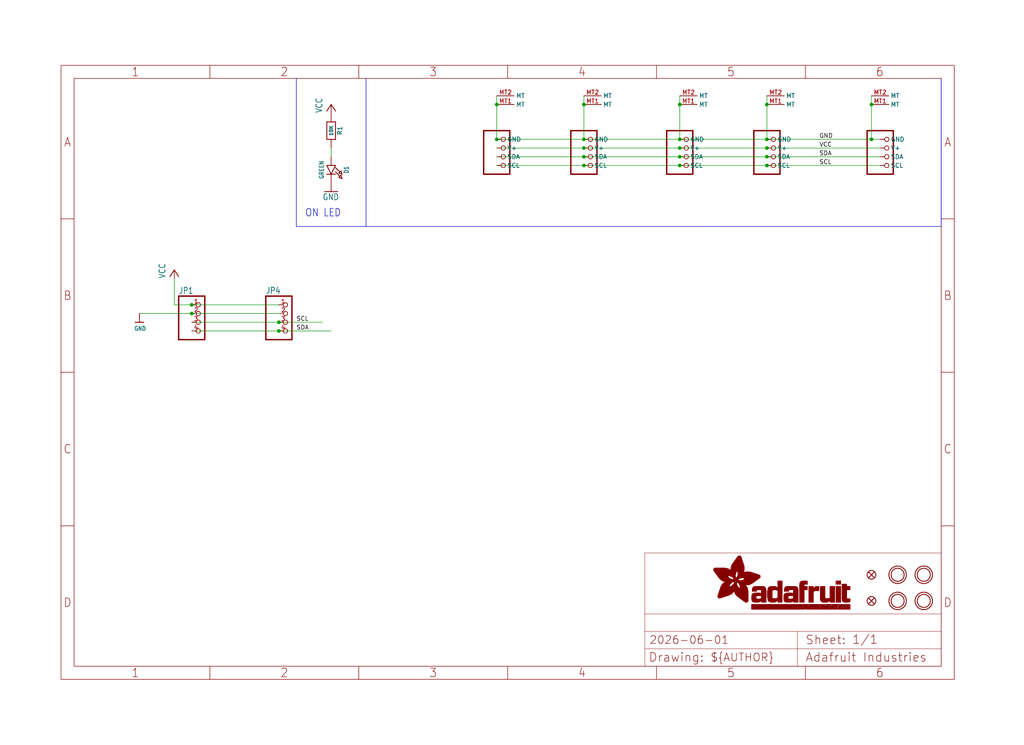
<source format=kicad_sch>
(kicad_sch (version 20230121) (generator eeschema)
  (paper "User" 298.45 217.322)
  (lib_symbols
    (symbol "working-eagle-import:FIDUCIAL_1MM")
    (symbol "working-eagle-import:FRAME_A4_ADAFRUIT"
      (symbol "FRAME_A4_ADAFRUIT_1_0"
        (text "${#}/${##}" (at 230.505 10.16 0) (effects (font (size 2.54 2.54)) (justify left bottom)))
        (text "${AUTHOR}" (at 189.23 5.08 0) (effects (font (size 2.286 2.286)) (justify left bottom)))
        (text "${CURRENT_DATE}" (at 171.45 10.16 0) (effects (font (size 2.286 2.286)) (justify left bottom)))
        (text "${PROJECTNAME}" (at 171.45 15.24 0) (effects (font (size 2.54 2.54)) (justify left bottom)))
        (text "1" (at 21.6958 1.905 0) (effects (font (size 2.54 2.286))))
        (text "1" (at 21.6958 177.165 0) (effects (font (size 2.54 2.286))))
        (text "2" (at 65.0875 1.905 0) (effects (font (size 2.54 2.286))))
        (text "2" (at 65.0875 177.165 0) (effects (font (size 2.54 2.286))))
        (text "3" (at 108.4792 1.905 0) (effects (font (size 2.54 2.286))))
        (text "3" (at 108.4792 177.165 0) (effects (font (size 2.54 2.286))))
        (text "4" (at 151.8708 1.905 0) (effects (font (size 2.54 2.286))))
        (text "4" (at 151.8708 177.165 0) (effects (font (size 2.54 2.286))))
        (text "5" (at 195.2625 1.905 0) (effects (font (size 2.54 2.286))))
        (text "5" (at 195.2625 177.165 0) (effects (font (size 2.54 2.286))))
        (text "6" (at 238.6542 1.905 0) (effects (font (size 2.54 2.286))))
        (text "6" (at 238.6542 177.165 0) (effects (font (size 2.54 2.286))))
        (text "A" (at 1.905 156.6863 0) (effects (font (size 2.54 2.286))))
        (text "A" (at 258.445 156.6863 0) (effects (font (size 2.54 2.286))))
        (text "Adafruit Industries" (at 216.916 4.953 0) (effects (font (size 2.54 2.54)) (justify left bottom)))
        (text "B" (at 1.905 111.9188 0) (effects (font (size 2.54 2.286))))
        (text "B" (at 258.445 111.9188 0) (effects (font (size 2.54 2.286))))
        (text "C" (at 1.905 67.1513 0) (effects (font (size 2.54 2.286))))
        (text "C" (at 258.445 67.1513 0) (effects (font (size 2.54 2.286))))
        (text "D" (at 1.905 22.3838 0) (effects (font (size 2.54 2.286))))
        (text "D" (at 258.445 22.3838 0) (effects (font (size 2.54 2.286))))
        (text "Drawing:" (at 171.196 4.953 0) (effects (font (size 2.54 2.54)) (justify left bottom)))
        (text "Sheet:" (at 216.916 10.033 0) (effects (font (size 2.54 2.54)) (justify left bottom)))
      )
    )
    (symbol "working-eagle-import:GND" (power)
      (property "Value" "GND" (at -1.524 -2.54 0))
      (symbol "GND_1_0"
        (pin power_in line (at 0 2.54 270) (length 2.54) (name "GND") (number "1"))
      )
    )
    (symbol "working-eagle-import:HEADER-1X476MIL"
      (property "Reference" "JP" (at -6.35 8.255 0))
      (symbol "HEADER-1X476MIL_1_0"
        (pin passive inverted (at -2.54 5.08 0) (length 2.54) (name "1") (number "1"))
        (pin passive inverted (at -2.54 2.54 0) (length 2.54) (name "2") (number "2"))
        (pin passive inverted (at -2.54 0 0) (length 2.54) (name "3") (number "3"))
        (pin passive inverted (at -2.54 -2.54 0) (length 2.54) (name "4") (number "4"))
      )
    )
    (symbol "working-eagle-import:LED0603_NOOUTLINE"
      (property "Reference" "D" (at -1.27 4.445 0))
      (symbol "LED0603_NOOUTLINE_1_0"
        (pin passive line (at -5.08 0 0) (length 2.54) (name "A") (number "A"))
        (pin passive line (at 2.54 0 180) (length 2.54) (name "C") (number "C"))
      )
    )
    (symbol "working-eagle-import:MOUNTINGHOLE2.5")
    (symbol "working-eagle-import:RESISTOR_0603_NOOUT"
      (property "Reference" "R" (at 0 2.54 0))
      (symbol "RESISTOR_0603_NOOUT_1_0"
        (pin passive line (at -5.08 0 0) (length 2.54) (name "1") (number "1"))
        (pin passive line (at 5.08 0 180) (length 2.54) (name "2") (number "2"))
      )
    )
    (symbol "working-eagle-import:STEMMA_I2C_QTRA"
      (symbol "STEMMA_I2C_QTRA_1_0"
        (pin passive inverted (at 0 5.08 0) (length 2.54) (name "GND") (number "1"))
        (pin passive inverted (at 0 2.54 0) (length 2.54) (name "V+") (number "2"))
        (pin passive inverted (at 0 0 0) (length 2.54) (name "SDA") (number "3"))
        (pin passive inverted (at 0 -2.54 0) (length 2.54) (name "SCL") (number "4"))
      )
      (symbol "STEMMA_I2C_QTRA_2_0"
        (pin bidirectional line (at 0 0 0) (length 5.08) (name "MT") (number "MT1"))
      )
      (symbol "STEMMA_I2C_QTRA_3_0"
        (pin bidirectional line (at 0 0 0) (length 5.08) (name "MT") (number "MT2"))
      )
    )
    (symbol "working-eagle-import:VCC" (power)
      (property "Value" "VCC" (at -2.54 -2.54 90))
      (symbol "VCC_1_0"
        (pin power_in line (at 0 -2.54 90) (length 2.54) (name "VCC") (number "1"))
      )
    )
    (symbol "working-eagle-import:supply1_GND" (power)
      (property "Value" "supply1_GND" (at -2.54 -2.54 0))
      (symbol "supply1_GND_1_0"
        (pin power_in line (at 0 2.54 270) (length 2.54) (name "GND") (number "1"))
      )
    )
  )
  (junction (at 170.18 40.64))
  (junction (at 198.12 40.64))
  (junction (at 223.52 40.64))
  (junction (at 81.28 93.98))
  (junction (at 198.12 30.48))
  (junction (at 223.52 45.72))
  (junction (at 55.88 91.44))
  (junction (at 223.52 43.18))
  (junction (at 81.28 96.52))
  (junction (at 170.18 48.26))
  (junction (at 170.18 43.18))
  (junction (at 144.78 40.64))
  (junction (at 198.12 45.72))
  (junction (at 254 30.48))
  (junction (at 223.52 30.48))
  (junction (at 198.12 43.18))
  (junction (at 223.52 48.26))
  (junction (at 254 40.64))
  (junction (at 170.18 30.48))
  (junction (at 144.78 30.48))
  (junction (at 170.18 45.72))
  (junction (at 55.88 88.9))
  (junction (at 198.12 48.26))
  (polyline (pts (xy 106.68 66.04) (xy 208.28 66.04)) (stroke (width 0.1524) (type solid)))
  (wire (pts (xy 198.12 43.18) (xy 223.52 43.18)) (stroke (width 0.1524)))
  (wire (pts (xy 223.52 40.64) (xy 198.12 40.64)) (stroke (width 0.1524)))
  (wire (pts (xy 256.54 45.72) (xy 223.52 45.72)) (stroke (width 0.1524)))
  (wire (pts (xy 81.28 96.52) (xy 55.88 96.52)) (stroke (width 0.1524)))
  (polyline (pts (xy 106.68 22.86) (xy 106.68 66.04)) (stroke (width 0.1524) (type solid)))
  (wire (pts (xy 96.52 45.72) (xy 96.52 43.18)) (stroke (width 0.1524)))
  (wire (pts (xy 198.12 27.94) (xy 198.12 30.48)) (stroke (width 0.1524)))
  (wire (pts (xy 198.12 45.72) (xy 170.18 45.72)) (stroke (width 0.1524)))
  (polyline (pts (xy 208.28 66.04) (xy 274.32 66.04)) (stroke (width 0.1524) (type solid)))
  (wire (pts (xy 254 30.48) (xy 254 40.64)) (stroke (width 0.1524)))
  (wire (pts (xy 223.52 43.18) (xy 256.54 43.18)) (stroke (width 0.1524)))
  (wire (pts (xy 170.18 43.18) (xy 198.12 43.18)) (stroke (width 0.1524)))
  (wire (pts (xy 254 27.94) (xy 254 30.48)) (stroke (width 0.1524)))
  (wire (pts (xy 170.18 30.48) (xy 170.18 40.64)) (stroke (width 0.1524)))
  (wire (pts (xy 55.88 91.44) (xy 40.64 91.44)) (stroke (width 0.1524)))
  (wire (pts (xy 170.18 40.64) (xy 144.78 40.64)) (stroke (width 0.1524)))
  (polyline (pts (xy 274.32 22.86) (xy 274.32 66.04)) (stroke (width 0.1524) (type solid)))
  (wire (pts (xy 50.8 88.9) (xy 50.8 81.28)) (stroke (width 0.1524)))
  (wire (pts (xy 254 40.64) (xy 223.52 40.64)) (stroke (width 0.1524)))
  (wire (pts (xy 144.78 30.48) (xy 144.78 40.64)) (stroke (width 0.1524)))
  (wire (pts (xy 198.12 40.64) (xy 170.18 40.64)) (stroke (width 0.1524)))
  (polyline (pts (xy 86.36 66.04) (xy 106.68 66.04)) (stroke (width 0.1524) (type solid)))
  (wire (pts (xy 170.18 48.26) (xy 198.12 48.26)) (stroke (width 0.1524)))
  (wire (pts (xy 81.28 93.98) (xy 93.98 93.98)) (stroke (width 0.1524)))
  (wire (pts (xy 256.54 40.64) (xy 254 40.64)) (stroke (width 0.1524)))
  (wire (pts (xy 223.52 30.48) (xy 223.52 40.64)) (stroke (width 0.1524)))
  (wire (pts (xy 170.18 27.94) (xy 170.18 30.48)) (stroke (width 0.1524)))
  (wire (pts (xy 55.88 91.44) (xy 81.28 91.44)) (stroke (width 0.1524)))
  (wire (pts (xy 144.78 43.18) (xy 170.18 43.18)) (stroke (width 0.1524)))
  (wire (pts (xy 144.78 48.26) (xy 170.18 48.26)) (stroke (width 0.1524)))
  (wire (pts (xy 81.28 96.52) (xy 96.52 96.52)) (stroke (width 0.1524)))
  (wire (pts (xy 55.88 88.9) (xy 50.8 88.9)) (stroke (width 0.1524)))
  (wire (pts (xy 144.78 27.94) (xy 144.78 30.48)) (stroke (width 0.1524)))
  (wire (pts (xy 170.18 45.72) (xy 144.78 45.72)) (stroke (width 0.1524)))
  (wire (pts (xy 223.52 45.72) (xy 198.12 45.72)) (stroke (width 0.1524)))
  (wire (pts (xy 198.12 48.26) (xy 223.52 48.26)) (stroke (width 0.1524)))
  (wire (pts (xy 55.88 93.98) (xy 81.28 93.98)) (stroke (width 0.1524)))
  (wire (pts (xy 223.52 27.94) (xy 223.52 30.48)) (stroke (width 0.1524)))
  (wire (pts (xy 55.88 88.9) (xy 81.28 88.9)) (stroke (width 0.1524)))
  (wire (pts (xy 223.52 48.26) (xy 256.54 48.26)) (stroke (width 0.1524)))
  (polyline (pts (xy 86.36 22.86) (xy 86.36 66.04)) (stroke (width 0.1524) (type solid)))
  (wire (pts (xy 198.12 30.48) (xy 198.12 40.64)) (stroke (width 0.1524)))
  (text "ON LED" (at 88.9 63.5 0) (effects (font (size 2.1844 1.8567)) (justify left bottom)))
  (label "SCL" (at 238.76 48.26 0) (effects (font (size 1.2446 1.2446))))
  (label "VCC" (at 238.76 43.18 0) (effects (font (size 1.2446 1.2446))))
  (label "SCL" (at 86.36 93.98 0) (effects (font (size 1.2446 1.2446))))
  (label "GND" (at 238.76 40.64 0) (effects (font (size 1.2446 1.2446))))
  (label "SDA" (at 238.76 45.72 0) (effects (font (size 1.2446 1.2446))))
  (label "SDA" (at 86.36 96.52 0) (effects (font (size 1.2446 1.2446))))
  (symbol (lib_id "working-eagle-import:STEMMA_I2C_QTRA") (at 254 30.48 0) (unit 2)
    (property "Reference" "CONN4" (effects hide))
    (property "Value" "STEMMA_I2C_QTRA" (effects hide))
    (property "Footprint" "working:JST_SH4_RA" (effects hide))
  )
  (symbol (lib_id "working-eagle-import:supply1_GND") (at 96.52 55.88 0) (unit 1)
    (property "Reference" "#GND6" (effects hide))
    (property "Value" "GND" (at 93.98 58.42 0) (effects (font (size 1.778 1.5113)) (justify left bottom)))
  )
  (symbol (lib_id "working-eagle-import:STEMMA_I2C_QTRA") (at 223.52 30.48 0) (unit 2)
    (property "Reference" "CONN3" (effects hide))
    (property "Value" "STEMMA_I2C_QTRA" (effects hide))
    (property "Footprint" "working:JST_SH4_RA" (effects hide))
  )
  (symbol (lib_id "working-eagle-import:STEMMA_I2C_QTRA") (at 198.12 27.94 0) (unit 3)
    (property "Reference" "CONN1" (effects hide))
    (property "Value" "STEMMA_I2C_QTRA" (effects hide))
    (property "Footprint" "working:JST_SH4_RA" (effects hide))
  )
  (symbol (lib_id "working-eagle-import:STEMMA_I2C_QTRA") (at 144.78 27.94 0) (unit 3)
    (property "Reference" "CONN5" (effects hide))
    (property "Value" "STEMMA_I2C_QTRA" (effects hide))
    (property "Footprint" "working:JST_SH4_RA" (effects hide))
  )
  (symbol (lib_id "working-eagle-import:STEMMA_I2C_QTRA") (at 170.18 45.72 0) (unit 1)
    (property "Reference" "CONN2" (effects hide))
    (property "Value" "STEMMA_I2C_QTRA" (effects hide))
    (property "Footprint" "working:JST_SH4_RA" (effects hide))
  )
  (symbol (lib_id "working-eagle-import:MOUNTINGHOLE2.5") (at 269.24 175.26 0) (unit 1)
    (property "Reference" "U$21" (effects hide))
    (property "Value" "MOUNTINGHOLE2.5" (effects hide))
    (property "Footprint" "working:MOUNTINGHOLE_2.5_PLATED" (effects hide))
  )
  (symbol (lib_id "working-eagle-import:LED0603_NOOUTLINE") (at 96.52 50.8 270) (unit 1)
    (property "Reference" "D1" (at 100.965 49.53 0) (effects (font (size 1.27 1.0795))))
    (property "Value" "GREEN" (at 93.726 49.53 0) (effects (font (size 1.27 1.0795))))
    (property "Footprint" "working:CHIPLED_0603_NOOUTLINE" (effects hide))
  )
  (symbol (lib_id "working-eagle-import:FIDUCIAL_1MM") (at 254 175.26 0) (unit 1)
    (property "Reference" "FID3" (effects hide))
    (property "Value" "FIDUCIAL_1MM" (effects hide))
    (property "Footprint" "working:FIDUCIAL_1MM" (effects hide))
  )
  (symbol (lib_id "working-eagle-import:STEMMA_I2C_QTRA") (at 170.18 30.48 0) (unit 2)
    (property "Reference" "CONN2" (effects hide))
    (property "Value" "STEMMA_I2C_QTRA" (effects hide))
    (property "Footprint" "working:JST_SH4_RA" (effects hide))
  )
  (symbol (lib_id "working-eagle-import:STEMMA_I2C_QTRA") (at 256.54 45.72 0) (unit 1)
    (property "Reference" "CONN4" (effects hide))
    (property "Value" "STEMMA_I2C_QTRA" (effects hide))
    (property "Footprint" "working:JST_SH4_RA" (effects hide))
  )
  (symbol (lib_id "working-eagle-import:RESISTOR_0603_NOOUT") (at 96.52 38.1 270) (unit 1)
    (property "Reference" "R1" (at 99.06 38.1 0))
    (property "Value" "10K" (at 96.52 38.1 0) (effects (font (size 1.016 1.016) bold)))
    (property "Footprint" "working:0603-NO" (effects hide))
  )
  (symbol (lib_id "working-eagle-import:STEMMA_I2C_QTRA") (at 170.18 27.94 0) (unit 3)
    (property "Reference" "CONN2" (effects hide))
    (property "Value" "STEMMA_I2C_QTRA" (effects hide))
    (property "Footprint" "working:JST_SH4_RA" (effects hide))
  )
  (symbol (lib_id "working-eagle-import:HEADER-1X476MIL") (at 83.82 93.98 0) (unit 1)
    (property "Reference" "JP4" (at 77.47 85.725 0) (effects (font (size 1.778 1.5113)) (justify left bottom)))
    (property "Value" "HEADER-1X476MIL" (effects hide))
    (property "Footprint" "working:1X04_ROUND_76" (effects hide))
  )
  (symbol (lib_id "working-eagle-import:STEMMA_I2C_QTRA") (at 223.52 27.94 0) (unit 3)
    (property "Reference" "CONN3" (effects hide))
    (property "Value" "STEMMA_I2C_QTRA" (effects hide))
    (property "Footprint" "working:JST_SH4_RA" (effects hide))
  )
  (symbol (lib_id "working-eagle-import:GND") (at 40.64 93.98 0) (unit 1)
    (property "Reference" "#U$10" (effects hide))
    (property "Value" "GND" (at 39.116 96.52 0) (effects (font (size 1.27 1.0795)) (justify left bottom)))
  )
  (symbol (lib_id "working-eagle-import:STEMMA_I2C_QTRA") (at 144.78 45.72 0) (unit 1)
    (property "Reference" "CONN5" (effects hide))
    (property "Value" "STEMMA_I2C_QTRA" (effects hide))
    (property "Footprint" "working:JST_SH4_RA" (effects hide))
  )
  (symbol (lib_id "working-eagle-import:VCC") (at 50.8 78.74 0) (unit 1)
    (property "Reference" "#P+4" (effects hide))
    (property "Value" "VCC" (at 48.26 81.28 90) (effects (font (size 1.778 1.5113)) (justify left bottom)))
  )
  (symbol (lib_id "working-eagle-import:MOUNTINGHOLE2.5") (at 261.62 175.26 0) (unit 1)
    (property "Reference" "U$1" (effects hide))
    (property "Value" "MOUNTINGHOLE2.5" (effects hide))
    (property "Footprint" "working:MOUNTINGHOLE_2.5_PLATED" (effects hide))
  )
  (symbol (lib_id "working-eagle-import:STEMMA_I2C_QTRA") (at 198.12 45.72 0) (unit 1)
    (property "Reference" "CONN1" (effects hide))
    (property "Value" "STEMMA_I2C_QTRA" (effects hide))
    (property "Footprint" "working:JST_SH4_RA" (effects hide))
  )
  (symbol (lib_id "working-eagle-import:FRAME_A4_ADAFRUIT") (at 17.78 198.12 0) (unit 1)
    (property "Reference" "#U$18" (effects hide))
    (property "Value" "FRAME_A4_ADAFRUIT" (effects hide))
  )
  (symbol (lib_id "working-eagle-import:FIDUCIAL_1MM") (at 254 167.64 0) (unit 1)
    (property "Reference" "FID4" (effects hide))
    (property "Value" "FIDUCIAL_1MM" (effects hide))
    (property "Footprint" "working:FIDUCIAL_1MM" (effects hide))
  )
  (symbol (lib_id "working-eagle-import:STEMMA_I2C_QTRA") (at 223.52 45.72 0) (unit 1)
    (property "Reference" "CONN3" (effects hide))
    (property "Value" "STEMMA_I2C_QTRA" (effects hide))
    (property "Footprint" "working:JST_SH4_RA" (effects hide))
  )
  (symbol (lib_id "working-eagle-import:STEMMA_I2C_QTRA") (at 198.12 30.48 0) (unit 2)
    (property "Reference" "CONN1" (effects hide))
    (property "Value" "STEMMA_I2C_QTRA" (effects hide))
    (property "Footprint" "working:JST_SH4_RA" (effects hide))
  )
  (symbol (lib_id "working-eagle-import:MOUNTINGHOLE2.5") (at 269.24 167.64 0) (unit 1)
    (property "Reference" "U$19" (effects hide))
    (property "Value" "MOUNTINGHOLE2.5" (effects hide))
    (property "Footprint" "working:MOUNTINGHOLE_2.5_PLATED" (effects hide))
  )
  (symbol (lib_id "working-eagle-import:STEMMA_I2C_QTRA") (at 144.78 30.48 0) (unit 2)
    (property "Reference" "CONN5" (effects hide))
    (property "Value" "STEMMA_I2C_QTRA" (effects hide))
    (property "Footprint" "working:JST_SH4_RA" (effects hide))
  )
  (symbol (lib_id "working-eagle-import:MOUNTINGHOLE2.5") (at 261.62 167.64 0) (unit 1)
    (property "Reference" "U$17" (effects hide))
    (property "Value" "MOUNTINGHOLE2.5" (effects hide))
    (property "Footprint" "working:MOUNTINGHOLE_2.5_PLATED" (effects hide))
  )
  (symbol (lib_id "working-eagle-import:VCC") (at 96.52 30.48 0) (unit 1)
    (property "Reference" "#P+1" (effects hide))
    (property "Value" "VCC" (at 93.98 33.02 90) (effects (font (size 1.778 1.5113)) (justify left bottom)))
  )
  (symbol (lib_id "working-eagle-import:STEMMA_I2C_QTRA") (at 254 27.94 0) (unit 3)
    (property "Reference" "CONN4" (effects hide))
    (property "Value" "STEMMA_I2C_QTRA" (effects hide))
    (property "Footprint" "working:JST_SH4_RA" (effects hide))
  )
  (symbol (lib_id "working-eagle-import:HEADER-1X476MIL") (at 58.42 93.98 0) (unit 1)
    (property "Reference" "JP1" (at 52.07 85.725 0) (effects (font (size 1.778 1.5113)) (justify left bottom)))
    (property "Value" "HEADER-1X476MIL" (effects hide))
    (property "Footprint" "working:1X04_ROUND_76" (effects hide))
  )
)
</source>
